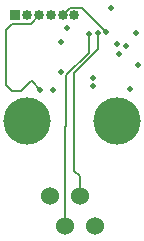
<source format=gbr>
%TF.GenerationSoftware,KiCad,Pcbnew,8.0.8-8.0.8-0~ubuntu22.04.1*%
%TF.CreationDate,2025-01-21T10:35:51-05:00*%
%TF.ProjectId,imu-board,696d752d-626f-4617-9264-2e6b69636164,rev?*%
%TF.SameCoordinates,Original*%
%TF.FileFunction,Copper,L4,Bot*%
%TF.FilePolarity,Positive*%
%FSLAX46Y46*%
G04 Gerber Fmt 4.6, Leading zero omitted, Abs format (unit mm)*
G04 Created by KiCad (PCBNEW 8.0.8-8.0.8-0~ubuntu22.04.1) date 2025-01-21 10:35:51*
%MOMM*%
%LPD*%
G01*
G04 APERTURE LIST*
%TA.AperFunction,ComponentPad*%
%ADD10R,0.850000X0.850000*%
%TD*%
%TA.AperFunction,ComponentPad*%
%ADD11O,0.850000X0.850000*%
%TD*%
%TA.AperFunction,ComponentPad*%
%ADD12C,1.524000*%
%TD*%
%TA.AperFunction,ComponentPad*%
%ADD13C,4.000000*%
%TD*%
%TA.AperFunction,ViaPad*%
%ADD14C,0.508000*%
%TD*%
%TA.AperFunction,Conductor*%
%ADD15C,0.152400*%
%TD*%
G04 APERTURE END LIST*
D10*
%TO.P,J3,1,MISO*%
%TO.N,/MISO*%
X51200000Y-56200000D03*
D11*
%TO.P,J3,2,VCC*%
%TO.N,VCC*%
X52200000Y-56200000D03*
%TO.P,J3,3,SCK*%
%TO.N,/SCK*%
X53200000Y-56200000D03*
%TO.P,J3,4,MOSI*%
%TO.N,/MOSI*%
X54200000Y-56200000D03*
%TO.P,J3,5,~{RST}*%
%TO.N,/nRESET*%
X55200000Y-56200000D03*
%TO.P,J3,6,GND*%
%TO.N,GND*%
X56200000Y-56200000D03*
%TD*%
D12*
%TO.P,J2,1*%
%TO.N,VCC*%
X54097000Y-71521000D03*
%TO.P,J2,2*%
%TO.N,/TXD*%
X55367000Y-74061000D03*
%TO.P,J2,3*%
%TO.N,/RXD*%
X56637000Y-71521000D03*
%TO.P,J2,4*%
%TO.N,GND*%
X57907000Y-74061000D03*
D13*
%TO.P,J2,5*%
%TO.N,N/C*%
X52192000Y-65171000D03*
%TO.P,J2,6*%
X59817000Y-65171000D03*
%TD*%
D14*
%TO.N,VCC*%
X54400000Y-62500000D03*
X57800000Y-61500000D03*
X55600000Y-57300000D03*
X61546000Y-60400000D03*
X61400000Y-57700000D03*
X59800000Y-58600000D03*
%TO.N,GND*%
X60600000Y-58800000D03*
X59300000Y-55600000D03*
X55100000Y-58500000D03*
X57800000Y-62200000D03*
X55100000Y-61000000D03*
X60900000Y-62400000D03*
X60000000Y-59500000D03*
%TO.N,/nRESET*%
X58893598Y-57600000D03*
%TO.N,/TXD*%
X57404000Y-57785000D03*
%TO.N,/RXD*%
X58166000Y-57658000D03*
%TO.N,/SCK*%
X53300000Y-62500000D03*
%TD*%
D15*
%TO.N,/nRESET*%
X55853600Y-55546400D02*
X55200000Y-56200000D01*
X56839998Y-55546400D02*
X55853600Y-55546400D01*
X58893598Y-57600000D02*
X56839998Y-55546400D01*
%TO.N,/TXD*%
X55499000Y-65532000D02*
X55367000Y-65664000D01*
X55499000Y-61283500D02*
X55499000Y-65532000D01*
X57404000Y-57785000D02*
X57404000Y-59378500D01*
X57404000Y-59378500D02*
X55499000Y-61283500D01*
X55367000Y-65664000D02*
X55367000Y-74061000D01*
%TO.N,/RXD*%
X58166000Y-59047552D02*
X56134000Y-61079552D01*
X56134000Y-69342000D02*
X56637000Y-69845000D01*
X56637000Y-69845000D02*
X56637000Y-71521000D01*
X58166000Y-57658000D02*
X58166000Y-59047552D01*
X56134000Y-61079552D02*
X56134000Y-69342000D01*
%TO.N,/SCK*%
X50898203Y-62628600D02*
X50400000Y-62130397D01*
X50400000Y-57432800D02*
X50932800Y-56900000D01*
X52500000Y-56900000D02*
X53200000Y-56200000D01*
X52500000Y-61800000D02*
X52600000Y-61800000D01*
X50932800Y-56900000D02*
X52500000Y-56900000D01*
X52500000Y-61800000D02*
X51671400Y-62628600D01*
X51671400Y-62628600D02*
X50898203Y-62628600D01*
X50400000Y-62130397D02*
X50400000Y-57432800D01*
X52600000Y-61800000D02*
X53300000Y-62500000D01*
%TD*%
M02*

</source>
